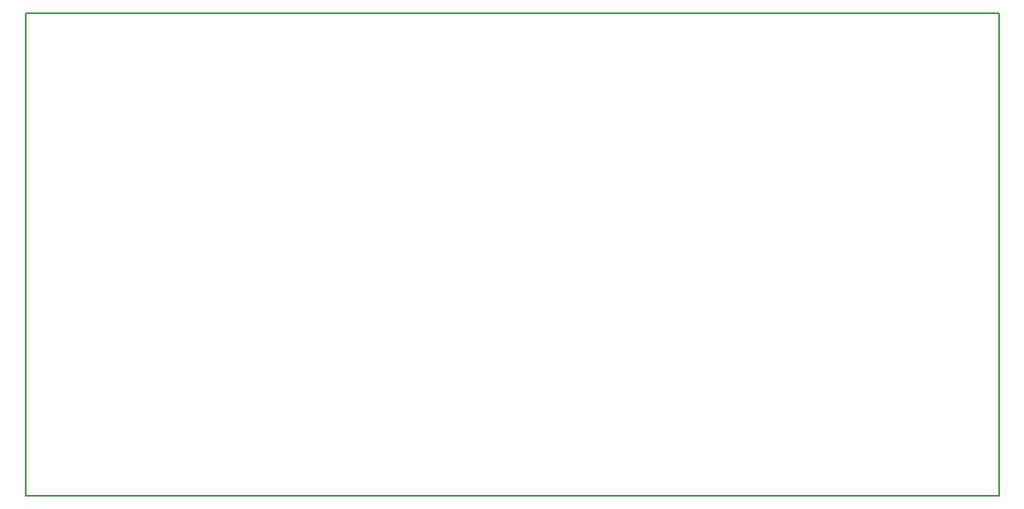
<source format=gbr>
%FSLAX44Y44*%
%MOMM*%
G71*
G01*
G75*
G04 Layer_Color=8388736*
%ADD10R,1.1000X1.4000*%
%ADD11R,1.3000X1.4000*%
%ADD12R,1.4000X5.2000*%
%ADD13R,1.7000X2.0000*%
%ADD14R,1.4000X1.0000*%
%ADD15C,0.5000*%
%ADD16C,0.2000*%
%ADD17C,2.0000*%
%ADD18C,0.6500*%
%ADD19C,0.6500*%
%ADD20C,0.3000*%
%ADD21C,3.7000*%
%ADD22C,1.5000*%
%ADD23R,1.5000X1.5000*%
%ADD24P,1.8401X8X22.5*%
%ADD25C,1.7000*%
%ADD26C,3.0000*%
%ADD27C,4.0000*%
%ADD28C,2.5400*%
%ADD29C,1.5748*%
%ADD30P,1.7046X8X112.5*%
%ADD31O,1.5240X2.5400*%
%ADD32C,1.3508*%
%ADD33R,1.3508X1.3508*%
%ADD34C,1.0000*%
%ADD35C,1.6000*%
%ADD36C,0.8000*%
%ADD37C,1.2700*%
%ADD38R,1.6000X1.6000*%
%ADD39C,0.4000*%
%ADD40C,0.7000*%
%ADD41C,0.2540*%
%ADD42C,0.1524*%
%ADD43C,0.1500*%
%ADD44C,0.2032*%
%ADD45C,0.3048*%
%ADD46R,1.3032X1.6032*%
%ADD47R,1.5032X1.6032*%
%ADD48R,1.6032X5.4032*%
%ADD49R,1.9032X2.2032*%
%ADD50R,1.6032X1.2032*%
%ADD51C,3.9032*%
%ADD52C,1.7032*%
%ADD53R,1.7032X1.7032*%
%ADD54P,2.0600X8X22.5*%
%ADD55C,1.9032*%
%ADD56C,3.2032*%
%ADD57C,4.2032*%
%ADD58C,2.7432*%
%ADD59C,1.7780*%
%ADD60P,1.9245X8X112.5*%
%ADD61O,1.7272X2.7432*%
%ADD62C,1.5540*%
%ADD63R,1.5540X1.5540*%
%ADD64C,1.2032*%
%ADD65C,1.8032*%
%ADD66C,1.0032*%
%ADD67C,1.4732*%
%ADD68R,1.8032X1.8032*%
D16*
X3000Y3000D02*
Y3810D01*
Y497000D01*
X997000D01*
Y495300D02*
Y497000D01*
Y3000D02*
Y495300D01*
X3000Y3000D02*
X997000D01*
M02*

</source>
